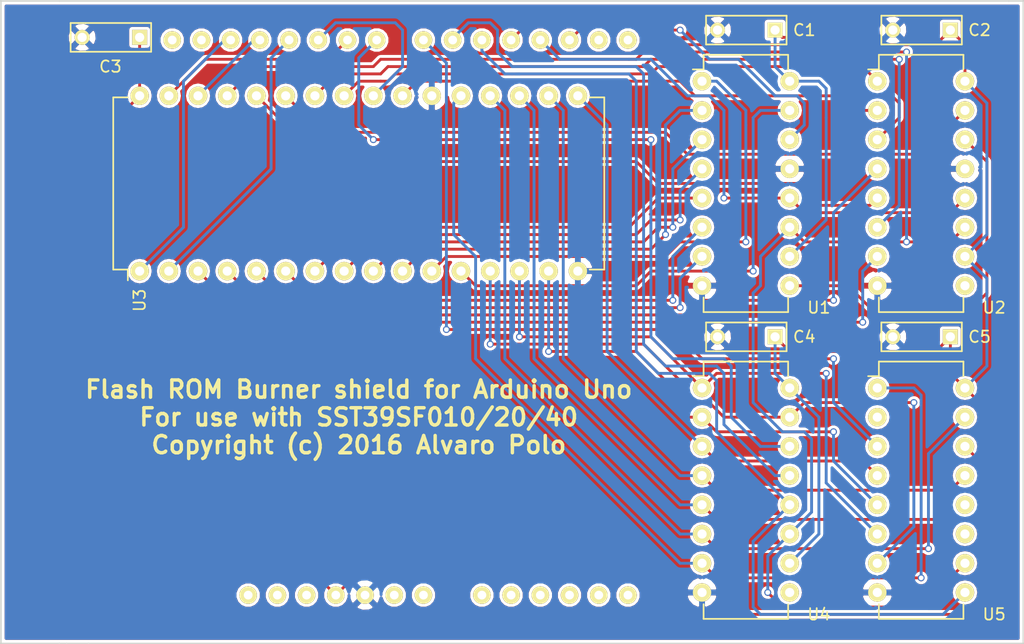
<source format=kicad_pcb>
(kicad_pcb (version 4) (host pcbnew 4.0.0-rc2-stable)
  (layers (0 F.Cu signal) (31 B.Cu signal) (34 B.Paste user) (35 F.Paste user) (36 B.SilkS user) (37 F.SilkS user) (38 B.Mask user) (39 F.Mask user) (44 Edge.Cuts user))
  (net 0 "")
  (net 1 CLOCK)
  (net 2 ADDR_LATCH)
  (net 3 ADDR_DAT)
  (net 4 DATA_LATCH)
  (net 5 DATA_DIR)
  (net 6 DATA_IN)
  (net 7 DATA_OUT)
  (net 8 WE)
  (net 9 OE)
  (net 10 ADDR16)
  (net 11 VCC)
  (net 12 GND)
  (net 13 /A1)
  (net 14 /A2)
  (net 15 /A3)
  (net 16 /A4)
  (net 17 /A5)
  (net 18 /A6)
  (net 19 /A7)
  (net 20 "Net-(U1-Pad9)")
  (net 21 /A0)
  (net 22 /A9)
  (net 23 /A10)
  (net 24 /A11)
  (net 25 /A12)
  (net 26 /A13)
  (net 27 /A14)
  (net 28 /A15)
  (net 29 "Net-(U2-Pad9)")
  (net 30 /A8)
  (net 31 /DQ0)
  (net 32 /DQ1)
  (net 33 /DQ2)
  (net 34 /DQ3)
  (net 35 /DQ4)
  (net 36 /DQ5)
  (net 37 /DQ6)
  (net 38 /DQ7)
  (net 39 "Net-(U4-Pad9)")
  (net 40 "Net-(U5-Pad2)")
  (net 41 "Net-(U5-Pad11)")
  (net 42 "Net-(U5-Pad12)")
  (net 43 "Net-(U6-Pad2)")
  (net 44 "Net-(U6-Pad1)")
  (net 45 "Net-(U6-Pad15)")
  (net 46 "Net-(U6-Pad16)")
  (net 47 "Net-(U6-Pad17)")
  (net 48 "Net-(U6-Pad18)")
  (net 49 "Net-(U6-Pad19)")
  (net 50 "Net-(U6-Pad22)")
  (net 51 "Net-(U6-Pad23)")
  (net 52 "Net-(U6-Pad24)")
  (net 53 "Net-(U6-Pad25)")
  (net 54 "Net-(U6-Pad26)")
  (net 55 "Net-(U6-Pad27)")
  (net 56 "Net-(U6-Pad28)")
  (net 57 "Net-(U6-Pad29)")
  (net 58 ADDR18)
  (net 59 ADDR17)
  (module arduino_uno_shield (layer F.Cu) (at 148.5011 105.0036)
    (fp_text reference U6 hide)
    (fp_text value Arduino_Uno_shield)
    (pad 5 thru_hole circle (at 10.16 -22.86 180) (size 1.524 1.524) (drill 0.762) (layers *.Cu *.Mask F.SilkS) (net 3 ADDR_DAT))
    (pad 4 thru_hole circle (at 12.7 -22.86 180) (size 1.524 1.524) (drill 0.762) (layers *.Cu *.Mask F.SilkS) (net 2 ADDR_LATCH))
    (pad 3 thru_hole circle (at 15.24 -22.86 180) (size 1.524 1.524) (drill 0.762) (layers *.Cu *.Mask F.SilkS) (net 1 CLOCK))
    (pad 2 thru_hole circle (at 17.78 -22.86 180) (size 1.524 1.524) (drill 0.762) (layers *.Cu *.Mask F.SilkS) (net 43 "Net-(U6-Pad2)"))
    (pad 1 thru_hole circle (at 20.32 -22.86 180) (size 1.524 1.524) (drill 0.762) (layers *.Cu *.Mask F.SilkS) (net 44 "Net-(U6-Pad1)"))
    (pad 6 thru_hole circle (at 7.62 -22.86 180) (size 1.524 1.524) (drill 0.762) (layers *.Cu *.Mask F.SilkS) (net 4 DATA_LATCH))
    (pad 7 thru_hole circle (at 5.08 -22.86 180) (size 1.524 1.524) (drill 0.762) (layers *.Cu *.Mask F.SilkS) (net 5 DATA_DIR))
    (pad 8 thru_hole circle (at 2.54 -22.86 180) (size 1.524 1.524) (drill 0.762) (layers *.Cu *.Mask F.SilkS) (net 6 DATA_IN))
    (pad 9 thru_hole circle (at -1.524 -22.86 180) (size 1.524 1.524) (drill 0.762) (layers *.Cu *.Mask F.SilkS) (net 7 DATA_OUT))
    (pad 10 thru_hole circle (at -4.064 -22.86 180) (size 1.524 1.524) (drill 0.762) (layers *.Cu *.Mask F.SilkS) (net 8 WE))
    (pad 11 thru_hole circle (at -6.604 -22.86 180) (size 1.524 1.524) (drill 0.762) (layers *.Cu *.Mask F.SilkS) (net 9 OE))
    (pad 12 thru_hole circle (at -9.144 -22.86 180) (size 1.524 1.524) (drill 0.762) (layers *.Cu *.Mask F.SilkS) (net 10 ADDR16))
    (pad 13 thru_hole circle (at -11.684 -22.86 180) (size 1.524 1.524) (drill 0.762) (layers *.Cu *.Mask F.SilkS) (net 59 ADDR17))
    (pad 14 thru_hole circle (at -14.224 -22.86 180) (size 1.524 1.524) (drill 0.762) (layers *.Cu *.Mask F.SilkS) (net 58 ADDR18))
    (pad 15 thru_hole circle (at -16.764 -22.86 180) (size 1.524 1.524) (drill 0.762) (layers *.Cu *.Mask F.SilkS) (net 45 "Net-(U6-Pad15)"))
    (pad 16 thru_hole circle (at -19.304 -22.86 180) (size 1.524 1.524) (drill 0.762) (layers *.Cu *.Mask F.SilkS) (net 46 "Net-(U6-Pad16)"))
    (pad 17 thru_hole circle (at -12.7 25.4 180) (size 1.524 1.524) (drill 0.762) (layers *.Cu *.Mask F.SilkS) (net 47 "Net-(U6-Pad17)"))
    (pad 18 thru_hole circle (at -10.16 25.4 180) (size 1.524 1.524) (drill 0.762) (layers *.Cu *.Mask F.SilkS) (net 48 "Net-(U6-Pad18)"))
    (pad 19 thru_hole circle (at -7.62 25.4) (size 1.524 1.524) (drill 0.762) (layers *.Cu *.Mask F.SilkS) (net 49 "Net-(U6-Pad19)"))
    (pad 20 thru_hole circle (at -5.08 25.4) (size 1.524 1.524) (drill 0.762) (layers *.Cu *.Mask F.SilkS) (net 11 VCC))
    (pad 21 thru_hole circle (at -2.54 25.4) (size 1.524 1.524) (drill 0.762) (layers *.Cu *.Mask F.SilkS) (net 12 GND))
    (pad 22 thru_hole circle (at 0 25.4) (size 1.524 1.524) (drill 0.762) (layers *.Cu *.Mask F.SilkS) (net 50 "Net-(U6-Pad22)"))
    (pad 23 thru_hole circle (at 2.54 25.4) (size 1.524 1.524) (drill 0.762) (layers *.Cu *.Mask F.SilkS) (net 51 "Net-(U6-Pad23)"))
    (pad 24 thru_hole circle (at 7.62 25.4) (size 1.524 1.524) (drill 0.762) (layers *.Cu *.Mask F.SilkS) (net 52 "Net-(U6-Pad24)"))
    (pad 25 thru_hole circle (at 10.16 25.4) (size 1.524 1.524) (drill 0.762) (layers *.Cu *.Mask F.SilkS) (net 53 "Net-(U6-Pad25)"))
    (pad 26 thru_hole circle (at 12.7 25.4) (size 1.524 1.524) (drill 0.762) (layers *.Cu *.Mask F.SilkS) (net 54 "Net-(U6-Pad26)"))
    (pad 27 thru_hole circle (at 15.24 25.4) (size 1.524 1.524) (drill 0.762) (layers *.Cu *.Mask F.SilkS) (net 55 "Net-(U6-Pad27)"))
    (pad 28 thru_hole circle (at 17.78 25.4) (size 1.524 1.524) (drill 0.762) (layers *.Cu *.Mask F.SilkS) (net 56 "Net-(U6-Pad28)"))
    (pad 29 thru_hole circle (at 20.32 25.4) (size 1.524 1.524) (drill 0.762) (layers *.Cu *.Mask F.SilkS) (net 57 "Net-(U6-Pad29)"))
  )
  (module Capacitors_ThroughHole:C_Rect_L7_W2.5_P5 (layer F.Cu) (at 181.61 81.28 180)
    (fp_text reference C1 (at -2.54 0 180) (layer F.SilkS))
    (fp_text value 100nF)
    (pad 1 thru_hole rect (at 0 0 180) (size 1.3 1.3) (drill 0.8) (layers *.Cu *.Mask F.SilkS) (net 11 VCC))
    (pad 2 thru_hole circle (at 5 0 180) (size 1.3 1.3) (drill 0.8) (layers *.Cu *.Mask F.SilkS) (net 12 GND))
  )
  (module Capacitors_ThroughHole:C_Rect_L7_W2.5_P5 (layer F.Cu) (at 196.85 81.28 180)
    (fp_text reference C2 (at -2.54 0 180) (layer F.SilkS))
    (fp_text value 100nF)
    (pad 1 thru_hole rect (at 0 0 180) (size 1.3 1.3) (drill 0.8) (layers *.Cu *.Mask F.SilkS) (net 11 VCC))
    (pad 2 thru_hole circle (at 5 0 180) (size 1.3 1.3) (drill 0.8) (layers *.Cu *.Mask F.SilkS) (net 12 GND))
  )
  (module Capacitors_ThroughHole:C_Rect_L7_W2.5_P5 (layer F.Cu) (at 126.365 81.915 180)
    (fp_text reference C3 (at 2.54 -2.54 180) (layer F.SilkS))
    (fp_text value 100nF)
    (pad 1 thru_hole rect (at 0 0 180) (size 1.3 1.3) (drill 0.8) (layers *.Cu *.Mask F.SilkS) (net 11 VCC))
    (pad 2 thru_hole circle (at 5 0 180) (size 1.3 1.3) (drill 0.8) (layers *.Cu *.Mask F.SilkS) (net 12 GND))
  )
  (module Capacitors_ThroughHole:C_Rect_L7_W2.5_P5 (layer F.Cu) (at 181.61 107.95 180)
    (fp_text reference C4 (at -2.54 0 180) (layer F.SilkS))
    (fp_text value 100nF)
    (pad 1 thru_hole rect (at 0 0 180) (size 1.3 1.3) (drill 0.8) (layers *.Cu *.Mask F.SilkS) (net 11 VCC))
    (pad 2 thru_hole circle (at 5 0 180) (size 1.3 1.3) (drill 0.8) (layers *.Cu *.Mask F.SilkS) (net 12 GND))
  )
  (module Capacitors_ThroughHole:C_Rect_L7_W2.5_P5 (layer F.Cu) (at 196.85 107.95 180)
    (fp_text reference C5 (at -2.54 0 180) (layer F.SilkS))
    (fp_text value 100nF)
    (pad 1 thru_hole rect (at 0 0 180) (size 1.3 1.3) (drill 0.8) (layers *.Cu *.Mask F.SilkS) (net 11 VCC))
    (pad 2 thru_hole circle (at 5 0 180) (size 1.3 1.3) (drill 0.8) (layers *.Cu *.Mask F.SilkS) (net 12 GND))
  )
  (module Housings_DIP:DIP-16_W7.62mm (layer F.Cu) (at 175.26 85.725)
    (fp_text reference U1 (at 10.16 19.685) (layer F.SilkS))
    (fp_text value 74HC595)
    (pad 1 thru_hole oval (at 0 0) (size 1.6 1.6) (drill 0.8) (layers *.Cu *.Mask F.SilkS) (net 13 /A1))
    (pad 2 thru_hole oval (at 0 2.54) (size 1.6 1.6) (drill 0.8) (layers *.Cu *.Mask F.SilkS) (net 14 /A2))
    (pad 3 thru_hole oval (at 0 5.08) (size 1.6 1.6) (drill 0.8) (layers *.Cu *.Mask F.SilkS) (net 15 /A3))
    (pad 4 thru_hole oval (at 0 7.62) (size 1.6 1.6) (drill 0.8) (layers *.Cu *.Mask F.SilkS) (net 16 /A4))
    (pad 5 thru_hole oval (at 0 10.16) (size 1.6 1.6) (drill 0.8) (layers *.Cu *.Mask F.SilkS) (net 17 /A5))
    (pad 6 thru_hole oval (at 0 12.7) (size 1.6 1.6) (drill 0.8) (layers *.Cu *.Mask F.SilkS) (net 18 /A6))
    (pad 7 thru_hole oval (at 0 15.24) (size 1.6 1.6) (drill 0.8) (layers *.Cu *.Mask F.SilkS) (net 19 /A7))
    (pad 8 thru_hole oval (at 0 17.78) (size 1.6 1.6) (drill 0.8) (layers *.Cu *.Mask F.SilkS) (net 12 GND))
    (pad 9 thru_hole oval (at 7.62 17.78) (size 1.6 1.6) (drill 0.8) (layers *.Cu *.Mask F.SilkS) (net 20 "Net-(U1-Pad9)"))
    (pad 10 thru_hole oval (at 7.62 15.24) (size 1.6 1.6) (drill 0.8) (layers *.Cu *.Mask F.SilkS) (net 11 VCC))
    (pad 11 thru_hole oval (at 7.62 12.7) (size 1.6 1.6) (drill 0.8) (layers *.Cu *.Mask F.SilkS) (net 1 CLOCK))
    (pad 12 thru_hole oval (at 7.62 10.16) (size 1.6 1.6) (drill 0.8) (layers *.Cu *.Mask F.SilkS) (net 2 ADDR_LATCH))
    (pad 13 thru_hole oval (at 7.62 7.62) (size 1.6 1.6) (drill 0.8) (layers *.Cu *.Mask F.SilkS) (net 12 GND))
    (pad 14 thru_hole oval (at 7.62 5.08) (size 1.6 1.6) (drill 0.8) (layers *.Cu *.Mask F.SilkS) (net 3 ADDR_DAT))
    (pad 15 thru_hole oval (at 7.62 2.54) (size 1.6 1.6) (drill 0.8) (layers *.Cu *.Mask F.SilkS) (net 21 /A0))
    (pad 16 thru_hole oval (at 7.62 0) (size 1.6 1.6) (drill 0.8) (layers *.Cu *.Mask F.SilkS) (net 11 VCC))
  )
  (module Housings_DIP:DIP-16_W7.62mm (layer F.Cu) (at 190.5 85.725)
    (fp_text reference U2 (at 10.16 19.685) (layer F.SilkS))
    (fp_text value 74HC595)
    (pad 1 thru_hole oval (at 0 0) (size 1.6 1.6) (drill 0.8) (layers *.Cu *.Mask F.SilkS) (net 22 /A9))
    (pad 2 thru_hole oval (at 0 2.54) (size 1.6 1.6) (drill 0.8) (layers *.Cu *.Mask F.SilkS) (net 23 /A10))
    (pad 3 thru_hole oval (at 0 5.08) (size 1.6 1.6) (drill 0.8) (layers *.Cu *.Mask F.SilkS) (net 24 /A11))
    (pad 4 thru_hole oval (at 0 7.62) (size 1.6 1.6) (drill 0.8) (layers *.Cu *.Mask F.SilkS) (net 25 /A12))
    (pad 5 thru_hole oval (at 0 10.16) (size 1.6 1.6) (drill 0.8) (layers *.Cu *.Mask F.SilkS) (net 26 /A13))
    (pad 6 thru_hole oval (at 0 12.7) (size 1.6 1.6) (drill 0.8) (layers *.Cu *.Mask F.SilkS) (net 27 /A14))
    (pad 7 thru_hole oval (at 0 15.24) (size 1.6 1.6) (drill 0.8) (layers *.Cu *.Mask F.SilkS) (net 28 /A15))
    (pad 8 thru_hole oval (at 0 17.78) (size 1.6 1.6) (drill 0.8) (layers *.Cu *.Mask F.SilkS) (net 12 GND))
    (pad 9 thru_hole oval (at 7.62 17.78) (size 1.6 1.6) (drill 0.8) (layers *.Cu *.Mask F.SilkS) (net 29 "Net-(U2-Pad9)"))
    (pad 10 thru_hole oval (at 7.62 15.24) (size 1.6 1.6) (drill 0.8) (layers *.Cu *.Mask F.SilkS) (net 11 VCC))
    (pad 11 thru_hole oval (at 7.62 12.7) (size 1.6 1.6) (drill 0.8) (layers *.Cu *.Mask F.SilkS) (net 1 CLOCK))
    (pad 12 thru_hole oval (at 7.62 10.16) (size 1.6 1.6) (drill 0.8) (layers *.Cu *.Mask F.SilkS) (net 2 ADDR_LATCH))
    (pad 13 thru_hole oval (at 7.62 7.62) (size 1.6 1.6) (drill 0.8) (layers *.Cu *.Mask F.SilkS) (net 12 GND))
    (pad 14 thru_hole oval (at 7.62 5.08) (size 1.6 1.6) (drill 0.8) (layers *.Cu *.Mask F.SilkS) (net 20 "Net-(U1-Pad9)"))
    (pad 15 thru_hole oval (at 7.62 2.54) (size 1.6 1.6) (drill 0.8) (layers *.Cu *.Mask F.SilkS) (net 30 /A8))
    (pad 16 thru_hole oval (at 7.62 0) (size 1.6 1.6) (drill 0.8) (layers *.Cu *.Mask F.SilkS) (net 11 VCC))
  )
  (module Housings_DIP:DIP-32_W15.24mm (layer F.Cu) (at 126.365 102.235 90)
    (fp_text reference U3 (at -2.54 0 90) (layer F.SilkS))
    (fp_text value SST39SF010/20/40)
    (pad 1 thru_hole oval (at 0 0 90) (size 1.6 1.6) (drill 0.8) (layers *.Cu *.Mask F.SilkS) (net 58 ADDR18))
    (pad 2 thru_hole oval (at 0 2.54 90) (size 1.6 1.6) (drill 0.8) (layers *.Cu *.Mask F.SilkS) (net 10 ADDR16))
    (pad 3 thru_hole oval (at 0 5.08 90) (size 1.6 1.6) (drill 0.8) (layers *.Cu *.Mask F.SilkS) (net 28 /A15))
    (pad 4 thru_hole oval (at 0 7.62 90) (size 1.6 1.6) (drill 0.8) (layers *.Cu *.Mask F.SilkS) (net 25 /A12))
    (pad 5 thru_hole oval (at 0 10.16 90) (size 1.6 1.6) (drill 0.8) (layers *.Cu *.Mask F.SilkS) (net 19 /A7))
    (pad 6 thru_hole oval (at 0 12.7 90) (size 1.6 1.6) (drill 0.8) (layers *.Cu *.Mask F.SilkS) (net 18 /A6))
    (pad 7 thru_hole oval (at 0 15.24 90) (size 1.6 1.6) (drill 0.8) (layers *.Cu *.Mask F.SilkS) (net 17 /A5))
    (pad 8 thru_hole oval (at 0 17.78 90) (size 1.6 1.6) (drill 0.8) (layers *.Cu *.Mask F.SilkS) (net 16 /A4))
    (pad 9 thru_hole oval (at 0 20.32 90) (size 1.6 1.6) (drill 0.8) (layers *.Cu *.Mask F.SilkS) (net 15 /A3))
    (pad 10 thru_hole oval (at 0 22.86 90) (size 1.6 1.6) (drill 0.8) (layers *.Cu *.Mask F.SilkS) (net 14 /A2))
    (pad 11 thru_hole oval (at 0 25.4 90) (size 1.6 1.6) (drill 0.8) (layers *.Cu *.Mask F.SilkS) (net 13 /A1))
    (pad 12 thru_hole oval (at 0 27.94 90) (size 1.6 1.6) (drill 0.8) (layers *.Cu *.Mask F.SilkS) (net 21 /A0))
    (pad 13 thru_hole oval (at 0 30.48 90) (size 1.6 1.6) (drill 0.8) (layers *.Cu *.Mask F.SilkS) (net 31 /DQ0))
    (pad 14 thru_hole oval (at 0 33.02 90) (size 1.6 1.6) (drill 0.8) (layers *.Cu *.Mask F.SilkS) (net 32 /DQ1))
    (pad 15 thru_hole oval (at 0 35.56 90) (size 1.6 1.6) (drill 0.8) (layers *.Cu *.Mask F.SilkS) (net 33 /DQ2))
    (pad 16 thru_hole oval (at 0 38.1 90) (size 1.6 1.6) (drill 0.8) (layers *.Cu *.Mask F.SilkS) (net 12 GND))
    (pad 17 thru_hole oval (at 15.24 38.1 90) (size 1.6 1.6) (drill 0.8) (layers *.Cu *.Mask F.SilkS) (net 34 /DQ3))
    (pad 18 thru_hole oval (at 15.24 35.56 90) (size 1.6 1.6) (drill 0.8) (layers *.Cu *.Mask F.SilkS) (net 35 /DQ4))
    (pad 19 thru_hole oval (at 15.24 33.02 90) (size 1.6 1.6) (drill 0.8) (layers *.Cu *.Mask F.SilkS) (net 36 /DQ5))
    (pad 20 thru_hole oval (at 15.24 30.48 90) (size 1.6 1.6) (drill 0.8) (layers *.Cu *.Mask F.SilkS) (net 37 /DQ6))
    (pad 21 thru_hole oval (at 15.24 27.94 90) (size 1.6 1.6) (drill 0.8) (layers *.Cu *.Mask F.SilkS) (net 38 /DQ7))
    (pad 22 thru_hole oval (at 15.24 25.4 90) (size 1.6 1.6) (drill 0.8) (layers *.Cu *.Mask F.SilkS) (net 12 GND))
    (pad 23 thru_hole oval (at 15.24 22.86 90) (size 1.6 1.6) (drill 0.8) (layers *.Cu *.Mask F.SilkS) (net 23 /A10))
    (pad 24 thru_hole oval (at 15.24 20.32 90) (size 1.6 1.6) (drill 0.8) (layers *.Cu *.Mask F.SilkS) (net 9 OE))
    (pad 25 thru_hole oval (at 15.24 17.78 90) (size 1.6 1.6) (drill 0.8) (layers *.Cu *.Mask F.SilkS) (net 24 /A11))
    (pad 26 thru_hole oval (at 15.24 15.24 90) (size 1.6 1.6) (drill 0.8) (layers *.Cu *.Mask F.SilkS) (net 22 /A9))
    (pad 27 thru_hole oval (at 15.24 12.7 90) (size 1.6 1.6) (drill 0.8) (layers *.Cu *.Mask F.SilkS) (net 30 /A8))
    (pad 28 thru_hole oval (at 15.24 10.16 90) (size 1.6 1.6) (drill 0.8) (layers *.Cu *.Mask F.SilkS) (net 26 /A13))
    (pad 29 thru_hole oval (at 15.24 7.62 90) (size 1.6 1.6) (drill 0.8) (layers *.Cu *.Mask F.SilkS) (net 27 /A14))
    (pad 30 thru_hole oval (at 15.24 5.08 90) (size 1.6 1.6) (drill 0.8) (layers *.Cu *.Mask F.SilkS) (net 59 ADDR17))
    (pad 31 thru_hole oval (at 15.24 2.54 90) (size 1.6 1.6) (drill 0.8) (layers *.Cu *.Mask F.SilkS) (net 8 WE))
    (pad 32 thru_hole oval (at 15.24 0 90) (size 1.6 1.6) (drill 0.8) (layers *.Cu *.Mask F.SilkS) (net 11 VCC))
  )
  (module Housings_DIP:DIP-16_W7.62mm (layer F.Cu) (at 175.26 112.395)
    (fp_text reference U4 (at 10.16 19.685) (layer F.SilkS))
    (fp_text value 74HC595)
    (pad 1 thru_hole oval (at 0 0) (size 1.6 1.6) (drill 0.8) (layers *.Cu *.Mask F.SilkS) (net 32 /DQ1))
    (pad 2 thru_hole oval (at 0 2.54) (size 1.6 1.6) (drill 0.8) (layers *.Cu *.Mask F.SilkS) (net 33 /DQ2))
    (pad 3 thru_hole oval (at 0 5.08) (size 1.6 1.6) (drill 0.8) (layers *.Cu *.Mask F.SilkS) (net 34 /DQ3))
    (pad 4 thru_hole oval (at 0 7.62) (size 1.6 1.6) (drill 0.8) (layers *.Cu *.Mask F.SilkS) (net 35 /DQ4))
    (pad 5 thru_hole oval (at 0 10.16) (size 1.6 1.6) (drill 0.8) (layers *.Cu *.Mask F.SilkS) (net 36 /DQ5))
    (pad 6 thru_hole oval (at 0 12.7) (size 1.6 1.6) (drill 0.8) (layers *.Cu *.Mask F.SilkS) (net 37 /DQ6))
    (pad 7 thru_hole oval (at 0 15.24) (size 1.6 1.6) (drill 0.8) (layers *.Cu *.Mask F.SilkS) (net 38 /DQ7))
    (pad 8 thru_hole oval (at 0 17.78) (size 1.6 1.6) (drill 0.8) (layers *.Cu *.Mask F.SilkS) (net 12 GND))
    (pad 9 thru_hole oval (at 7.62 17.78) (size 1.6 1.6) (drill 0.8) (layers *.Cu *.Mask F.SilkS) (net 39 "Net-(U4-Pad9)"))
    (pad 10 thru_hole oval (at 7.62 15.24) (size 1.6 1.6) (drill 0.8) (layers *.Cu *.Mask F.SilkS) (net 11 VCC))
    (pad 11 thru_hole oval (at 7.62 12.7) (size 1.6 1.6) (drill 0.8) (layers *.Cu *.Mask F.SilkS) (net 1 CLOCK))
    (pad 12 thru_hole oval (at 7.62 10.16) (size 1.6 1.6) (drill 0.8) (layers *.Cu *.Mask F.SilkS) (net 4 DATA_LATCH))
    (pad 13 thru_hole oval (at 7.62 7.62) (size 1.6 1.6) (drill 0.8) (layers *.Cu *.Mask F.SilkS) (net 5 DATA_DIR))
    (pad 14 thru_hole oval (at 7.62 5.08) (size 1.6 1.6) (drill 0.8) (layers *.Cu *.Mask F.SilkS) (net 7 DATA_OUT))
    (pad 15 thru_hole oval (at 7.62 2.54) (size 1.6 1.6) (drill 0.8) (layers *.Cu *.Mask F.SilkS) (net 31 /DQ0))
    (pad 16 thru_hole oval (at 7.62 0) (size 1.6 1.6) (drill 0.8) (layers *.Cu *.Mask F.SilkS) (net 11 VCC))
  )
  (module Housings_DIP:DIP-16_W7.62mm (layer F.Cu) (at 190.5 112.395)
    (fp_text reference U5 (at 10.16 19.685) (layer F.SilkS))
    (fp_text value 4021)
    (pad 1 thru_hole oval (at 0 0) (size 1.6 1.6) (drill 0.8) (layers *.Cu *.Mask F.SilkS) (net 38 /DQ7))
    (pad 2 thru_hole oval (at 0 2.54) (size 1.6 1.6) (drill 0.8) (layers *.Cu *.Mask F.SilkS) (net 40 "Net-(U5-Pad2)"))
    (pad 3 thru_hole oval (at 0 5.08) (size 1.6 1.6) (drill 0.8) (layers *.Cu *.Mask F.SilkS) (net 6 DATA_IN))
    (pad 4 thru_hole oval (at 0 7.62) (size 1.6 1.6) (drill 0.8) (layers *.Cu *.Mask F.SilkS) (net 34 /DQ3))
    (pad 5 thru_hole oval (at 0 10.16) (size 1.6 1.6) (drill 0.8) (layers *.Cu *.Mask F.SilkS) (net 33 /DQ2))
    (pad 6 thru_hole oval (at 0 12.7) (size 1.6 1.6) (drill 0.8) (layers *.Cu *.Mask F.SilkS) (net 32 /DQ1))
    (pad 7 thru_hole oval (at 0 15.24) (size 1.6 1.6) (drill 0.8) (layers *.Cu *.Mask F.SilkS) (net 31 /DQ0))
    (pad 8 thru_hole oval (at 0 17.78) (size 1.6 1.6) (drill 0.8) (layers *.Cu *.Mask F.SilkS) (net 12 GND))
    (pad 9 thru_hole oval (at 7.62 17.78) (size 1.6 1.6) (drill 0.8) (layers *.Cu *.Mask F.SilkS) (net 4 DATA_LATCH))
    (pad 10 thru_hole oval (at 7.62 15.24) (size 1.6 1.6) (drill 0.8) (layers *.Cu *.Mask F.SilkS) (net 1 CLOCK))
    (pad 11 thru_hole oval (at 7.62 12.7) (size 1.6 1.6) (drill 0.8) (layers *.Cu *.Mask F.SilkS) (net 41 "Net-(U5-Pad11)"))
    (pad 12 thru_hole oval (at 7.62 10.16) (size 1.6 1.6) (drill 0.8) (layers *.Cu *.Mask F.SilkS) (net 42 "Net-(U5-Pad12)"))
    (pad 13 thru_hole oval (at 7.62 7.62) (size 1.6 1.6) (drill 0.8) (layers *.Cu *.Mask F.SilkS) (net 35 /DQ4))
    (pad 14 thru_hole oval (at 7.62 5.08) (size 1.6 1.6) (drill 0.8) (layers *.Cu *.Mask F.SilkS) (net 36 /DQ5))
    (pad 15 thru_hole oval (at 7.62 2.54) (size 1.6 1.6) (drill 0.8) (layers *.Cu *.Mask F.SilkS) (net 37 /DQ6))
    (pad 16 thru_hole oval (at 7.62 0) (size 1.6 1.6) (drill 0.8) (layers *.Cu *.Mask F.SilkS) (net 11 VCC))
  )
  (gr_text "Flash ROM Burner shield for Arduino Uno\nFor use with SST39SF010/20/40\nCopyright (c) 2016 Alvaro Polo\n" (at 145.415 114.935) (layer F.SilkS) (effects (font (size 1.5 1.5) (thickness 0.3))))
  (gr_line (start 119.38 134.62) (end 114.3 134.62) (angle 90) (layer Edge.Cuts) (width 0.15))
  (gr_line (start 114.3 78.74) (end 119.38 78.74) (angle 90) (layer Edge.Cuts) (width 0.15))
  (gr_line (start 114.3 134.62) (end 114.3 78.74) (angle 90) (layer Edge.Cuts) (width 0.15))
  (gr_line (start 120.015 134.62) (end 119.38 134.62) (angle 90) (layer Edge.Cuts) (width 0.15))
  (gr_line (start 121.92 134.62) (end 120.015 134.62) (angle 90) (layer Edge.Cuts) (width 0.15))
  (gr_line (start 203.2 134.62) (end 121.92 134.62) (angle 90) (layer Edge.Cuts) (width 0.15))
  (gr_line (start 203.2 78.74) (end 203.2 134.62) (angle 90) (layer Edge.Cuts) (width 0.15))
  (gr_line (start 201.93 78.74) (end 203.2 78.74) (angle 90) (layer Edge.Cuts) (width 0.15))
  (gr_line (start 119.38 78.74) (end 201.93 78.74) (angle 90) (layer Edge.Cuts) (width 0.15))
  (segment (start 181.61 82.55) (end 188.595 82.55) (width 0.25) (layer F.Cu) (net 1))
  (segment (start 189.23 82.55) (end 189.865 83.185) (width 0.25) (layer F.Cu) (net 1))
  (segment (start 188.595 82.55) (end 189.23 82.55) (width 0.25) (layer F.Cu) (net 1))
  (segment (start 181.61 82.55) (end 172.085 82.55) (width 0.25) (layer F.Cu) (net 1))
  (segment (start 180.34 103.505) (end 179.705 104.14) (width 0.25) (layer B.Cu) (net 1))
  (segment (start 179.705 113.665) (end 180.34 114.3) (width 0.25) (layer B.Cu) (net 1))
  (segment (start 179.705 104.14) (end 179.705 113.665) (width 0.25) (layer B.Cu) (net 1))
  (segment (start 181.61 115.57) (end 180.34 114.3) (width 0.25) (layer B.Cu) (net 1))
  (segment (start 184.785 123.19) (end 184.785 116.84) (width 0.25) (layer B.Cu) (net 1))
  (segment (start 184.785 116.84) (end 184.15 116.205) (width 0.25) (layer B.Cu) (net 1))
  (segment (start 184.15 116.205) (end 182.245 116.205) (width 0.25) (layer B.Cu) (net 1))
  (segment (start 182.245 116.205) (end 181.61 115.57) (width 0.25) (layer B.Cu) (net 1))
  (segment (start 182.88 125.095) (end 184.785 123.19) (width 0.25) (layer B.Cu) (net 1))
  (segment (start 182.245 131.445) (end 180.975 130.175) (width 0.25) (layer F.Cu) (net 1))
  (via (at 180.975 130.175) (size 0.6) (drill 0.4) (layers F.Cu B.Cu) (net 1))
  (segment (start 170.18 80.645) (end 172.085 82.55) (width 0.25) (layer F.Cu) (net 1))
  (segment (start 165.2397 80.645) (end 170.18 80.645) (width 0.25) (layer F.Cu) (net 1))
  (segment (start 163.7411 82.1436) (end 165.2397 80.645) (width 0.25) (layer F.Cu) (net 1))
  (via (at 193.04 99.695) (size 0.6) (drill 0.4) (layers F.Cu B.Cu) (net 1))
  (segment (start 189.865 83.185) (end 193.04 83.185) (width 0.25) (layer F.Cu) (net 1))
  (via (at 193.04 83.185) (size 0.6) (drill 0.4) (layers F.Cu B.Cu) (net 1))
  (segment (start 193.04 83.185) (end 193.04 99.695) (width 0.25) (layer B.Cu) (net 1))
  (segment (start 182.88 98.425) (end 184.15 99.695) (width 0.25) (layer F.Cu) (net 1))
  (segment (start 196.85 99.695) (end 198.12 98.425) (width 0.25) (layer F.Cu) (net 1))
  (segment (start 184.15 99.695) (end 193.04 99.695) (width 0.25) (layer F.Cu) (net 1))
  (segment (start 193.04 99.695) (end 196.85 99.695) (width 0.25) (layer F.Cu) (net 1))
  (segment (start 180.34 100.965) (end 182.88 98.425) (width 0.25) (layer B.Cu) (net 1))
  (segment (start 180.34 103.505) (end 180.34 100.965) (width 0.25) (layer B.Cu) (net 1))
  (segment (start 198.12 127.635) (end 194.31 131.445) (width 0.25) (layer F.Cu) (net 1))
  (segment (start 180.975 127) (end 182.88 125.095) (width 0.25) (layer B.Cu) (net 1))
  (segment (start 180.975 130.175) (end 180.975 127) (width 0.25) (layer B.Cu) (net 1))
  (segment (start 194.31 131.445) (end 182.245 131.445) (width 0.25) (layer F.Cu) (net 1))
  (segment (start 173.99 86.995) (end 170.815 83.82) (width 0.25) (layer B.Cu) (net 2))
  (segment (start 170.815 83.82) (end 168.91 83.82) (width 0.25) (layer B.Cu) (net 2))
  (segment (start 182.88 95.885) (end 177.165 95.885) (width 0.25) (layer F.Cu) (net 2))
  (segment (start 162.8775 83.82) (end 161.2011 82.1436) (width 0.25) (layer B.Cu) (net 2))
  (segment (start 168.91 83.82) (end 162.8775 83.82) (width 0.25) (layer B.Cu) (net 2))
  (segment (start 175.895 86.995) (end 173.99 86.995) (width 0.25) (layer B.Cu) (net 2))
  (segment (start 177.165 88.265) (end 175.895 86.995) (width 0.25) (layer B.Cu) (net 2))
  (segment (start 177.165 95.885) (end 177.165 88.265) (width 0.25) (layer B.Cu) (net 2))
  (via (at 177.165 95.885) (size 0.6) (drill 0.4) (layers F.Cu B.Cu) (net 2))
  (segment (start 198.12 95.885) (end 196.85 97.155) (width 0.25) (layer F.Cu) (net 2))
  (segment (start 184.15 97.155) (end 182.88 95.885) (width 0.25) (layer F.Cu) (net 2))
  (segment (start 196.85 97.155) (end 184.15 97.155) (width 0.25) (layer F.Cu) (net 2))
  (segment (start 175.895 83.82) (end 178.435 83.82) (width 0.25) (layer B.Cu) (net 3))
  (segment (start 178.435 83.82) (end 181.61 86.995) (width 0.25) (layer B.Cu) (net 3))
  (segment (start 158.6611 82.1436) (end 160.7947 80.01) (width 0.25) (layer F.Cu) (net 3))
  (segment (start 173.355 81.28) (end 175.895 83.82) (width 0.25) (layer B.Cu) (net 3))
  (via (at 173.355 81.28) (size 0.6) (drill 0.4) (layers F.Cu B.Cu) (net 3))
  (segment (start 172.085 81.28) (end 173.355 81.28) (width 0.25) (layer F.Cu) (net 3))
  (segment (start 170.815 80.01) (end 172.085 81.28) (width 0.25) (layer F.Cu) (net 3))
  (segment (start 160.7947 80.01) (end 170.815 80.01) (width 0.25) (layer F.Cu) (net 3))
  (segment (start 182.88 90.805) (end 184.15 89.535) (width 0.25) (layer B.Cu) (net 3))
  (segment (start 183.515 86.995) (end 181.61 86.995) (width 0.25) (layer B.Cu) (net 3))
  (segment (start 184.15 87.63) (end 183.515 86.995) (width 0.25) (layer B.Cu) (net 3))
  (segment (start 184.15 89.535) (end 184.15 87.63) (width 0.25) (layer B.Cu) (net 3))
  (segment (start 158.115 85.09) (end 156.1211 83.0961) (width 0.25) (layer B.Cu) (net 4))
  (segment (start 156.1211 83.0961) (end 156.1211 82.1436) (width 0.25) (layer B.Cu) (net 4))
  (segment (start 159.385 85.09) (end 158.75 85.09) (width 0.25) (layer B.Cu) (net 4))
  (segment (start 158.115 85.09) (end 158.75 85.09) (width 0.25) (layer B.Cu) (net 4))
  (segment (start 168.91 85.09) (end 159.385 85.09) (width 0.25) (layer B.Cu) (net 4))
  (segment (start 159.385 85.09) (end 159.0675 85.09) (width 0.25) (layer B.Cu) (net 4))
  (segment (start 169.545 85.725) (end 169.545 91.44) (width 0.25) (layer B.Cu) (net 4))
  (segment (start 168.91 85.09) (end 169.545 85.725) (width 0.25) (layer B.Cu) (net 4))
  (segment (start 175.895 111.125) (end 171.45 111.125) (width 0.25) (layer B.Cu) (net 4))
  (segment (start 169.545 109.22) (end 169.545 104.775) (width 0.25) (layer B.Cu) (net 4))
  (segment (start 171.45 111.125) (end 169.545 109.22) (width 0.25) (layer B.Cu) (net 4))
  (segment (start 182.88 122.555) (end 176.53 116.205) (width 0.25) (layer B.Cu) (net 4))
  (segment (start 176.53 116.205) (end 176.53 111.76) (width 0.25) (layer B.Cu) (net 4))
  (segment (start 176.53 111.76) (end 175.895 111.125) (width 0.25) (layer B.Cu) (net 4))
  (segment (start 169.545 104.775) (end 169.545 91.44) (width 0.25) (layer B.Cu) (net 4))
  (segment (start 198.12 130.175) (end 196.215 132.08) (width 0.25) (layer B.Cu) (net 4))
  (segment (start 179.705 125.73) (end 182.88 122.555) (width 0.25) (layer B.Cu) (net 4))
  (segment (start 179.705 131.445) (end 179.705 125.73) (width 0.25) (layer B.Cu) (net 4))
  (segment (start 180.34 132.08) (end 179.705 131.445) (width 0.25) (layer B.Cu) (net 4))
  (segment (start 196.215 132.08) (end 180.34 132.08) (width 0.25) (layer B.Cu) (net 4))
  (segment (start 153.5811 82.1436) (end 153.5811 82.0039) (width 0.25) (layer B.Cu) (net 5))
  (segment (start 153.5811 82.0039) (end 154.94 80.645) (width 0.25) (layer B.Cu) (net 5))
  (segment (start 170.18 85.09) (end 170.18 92.075) (width 0.25) (layer B.Cu) (net 5))
  (segment (start 169.545 84.455) (end 170.18 85.09) (width 0.25) (layer B.Cu) (net 5))
  (segment (start 158.75 84.455) (end 169.545 84.455) (width 0.25) (layer B.Cu) (net 5))
  (segment (start 157.48 83.185) (end 158.75 84.455) (width 0.25) (layer B.Cu) (net 5))
  (segment (start 157.48 81.28) (end 157.48 83.185) (width 0.25) (layer B.Cu) (net 5))
  (segment (start 156.845 80.645) (end 157.48 81.28) (width 0.25) (layer B.Cu) (net 5))
  (segment (start 154.94 80.645) (end 156.845 80.645) (width 0.25) (layer B.Cu) (net 5))
  (segment (start 182.88 120.015) (end 181.61 120.015) (width 0.25) (layer B.Cu) (net 5))
  (segment (start 177.165 115.57) (end 177.165 114.3) (width 0.25) (layer B.Cu) (net 5))
  (segment (start 181.61 120.015) (end 177.165 115.57) (width 0.25) (layer B.Cu) (net 5))
  (segment (start 176.53 110.49) (end 172.085 110.49) (width 0.25) (layer B.Cu) (net 5))
  (segment (start 170.18 108.585) (end 170.18 104.14) (width 0.25) (layer B.Cu) (net 5))
  (segment (start 172.085 110.49) (end 170.18 108.585) (width 0.25) (layer B.Cu) (net 5))
  (segment (start 170.18 104.14) (end 170.18 92.075) (width 0.25) (layer B.Cu) (net 5))
  (segment (start 177.165 111.125) (end 176.53 110.49) (width 0.25) (layer B.Cu) (net 5))
  (segment (start 177.165 114.3) (end 177.165 111.125) (width 0.25) (layer B.Cu) (net 5))
  (segment (start 151.0411 82.1436) (end 153.035 84.1375) (width 0.25) (layer B.Cu) (net 6))
  (via (at 153.035 107.315) (size 0.6) (drill 0.4) (layers F.Cu B.Cu) (net 6))
  (segment (start 153.035 84.1375) (end 153.035 107.315) (width 0.25) (layer B.Cu) (net 6))
  (segment (start 175.26 109.855) (end 172.72 107.315) (width 0.25) (layer F.Cu) (net 6))
  (segment (start 172.72 107.315) (end 153.035 107.315) (width 0.25) (layer F.Cu) (net 6))
  (segment (start 190.5 117.475) (end 186.69 113.665) (width 0.25) (layer B.Cu) (net 6))
  (segment (start 186.69 109.855) (end 175.26 109.855) (width 0.25) (layer F.Cu) (net 6))
  (via (at 186.69 109.855) (size 0.6) (drill 0.4) (layers F.Cu B.Cu) (net 6))
  (segment (start 186.69 113.665) (end 186.69 109.855) (width 0.25) (layer B.Cu) (net 6))
  (segment (start 151.765 82.8675) (end 151.0411 82.1436) (width 0.25) (layer B.Cu) (net 6))
  (segment (start 146.685 90.805) (end 145.415 89.535) (width 0.25) (layer B.Cu) (net 7))
  (segment (start 145.415 83.7057) (end 146.9771 82.1436) (width 0.25) (layer B.Cu) (net 7))
  (segment (start 145.415 89.535) (end 145.415 83.7057) (width 0.25) (layer B.Cu) (net 7))
  (segment (start 181.61 117.475) (end 180.34 117.475) (width 0.25) (layer B.Cu) (net 7))
  (segment (start 177.8 114.935) (end 177.8 113.665) (width 0.25) (layer B.Cu) (net 7))
  (segment (start 180.34 117.475) (end 177.8 114.935) (width 0.25) (layer B.Cu) (net 7))
  (segment (start 182.88 117.475) (end 181.61 117.475) (width 0.25) (layer B.Cu) (net 7))
  (segment (start 177.8 113.665) (end 177.8 110.49) (width 0.25) (layer B.Cu) (net 7))
  (segment (start 177.8 110.49) (end 177.165 109.855) (width 0.25) (layer B.Cu) (net 7))
  (segment (start 177.165 109.855) (end 172.72 109.855) (width 0.25) (layer B.Cu) (net 7))
  (segment (start 172.72 109.855) (end 170.815 107.95) (width 0.25) (layer B.Cu) (net 7))
  (segment (start 170.815 107.95) (end 170.815 90.805) (width 0.25) (layer B.Cu) (net 7))
  (via (at 170.815 90.805) (size 0.6) (drill 0.4) (layers F.Cu B.Cu) (net 7))
  (segment (start 170.815 90.805) (end 146.685 90.805) (width 0.25) (layer F.Cu) (net 7))
  (via (at 146.685 90.805) (size 0.6) (drill 0.4) (layers F.Cu B.Cu) (net 7))
  (segment (start 146.685 82.4357) (end 146.9771 82.1436) (width 0.25) (layer B.Cu) (net 7))
  (segment (start 135.89 83.82) (end 142.7607 83.82) (width 0.25) (layer F.Cu) (net 8))
  (segment (start 142.7607 83.82) (end 144.4371 82.1436) (width 0.25) (layer F.Cu) (net 8))
  (segment (start 128.905 86.995) (end 132.08 83.82) (width 0.25) (layer F.Cu) (net 8))
  (segment (start 135.757606 83.82) (end 135.89 83.82) (width 0.25) (layer F.Cu) (net 8))
  (segment (start 132.08 83.82) (end 135.757606 83.82) (width 0.25) (layer F.Cu) (net 8))
  (segment (start 146.685 86.995) (end 149.225 84.455) (width 0.25) (layer B.Cu) (net 9))
  (segment (start 149.225 84.455) (end 149.225 83.185) (width 0.25) (layer B.Cu) (net 9))
  (segment (start 141.8971 82.1436) (end 143.3957 80.645) (width 0.25) (layer B.Cu) (net 9))
  (segment (start 149.225 81.28) (end 149.225 83.185) (width 0.25) (layer B.Cu) (net 9))
  (segment (start 148.59 80.645) (end 149.225 81.28) (width 0.25) (layer B.Cu) (net 9))
  (segment (start 143.3957 80.645) (end 148.59 80.645) (width 0.25) (layer B.Cu) (net 9))
  (segment (start 137.795 93.345) (end 137.795 85.725) (width 0.25) (layer B.Cu) (net 10))
  (segment (start 137.795 83.7057) (end 139.3571 82.1436) (width 0.25) (layer B.Cu) (net 10))
  (segment (start 137.795 85.725) (end 137.795 83.7057) (width 0.25) (layer B.Cu) (net 10))
  (segment (start 137.795 93.345) (end 132.715 98.425) (width 0.25) (layer B.Cu) (net 10))
  (segment (start 132.715 98.425) (end 128.905 102.235) (width 0.25) (layer B.Cu) (net 10))
  (segment (start 139.3571 82.1436) (end 139.065 82.4357) (width 0.25) (layer B.Cu) (net 10))
  (segment (start 126.365 86.995) (end 123.19 90.17) (width 0.25) (layer F.Cu) (net 11))
  (segment (start 123.19 90.17) (end 123.19 93.98) (width 0.25) (layer F.Cu) (net 11))
  (segment (start 126.365 86.995) (end 126.365 83.185) (width 0.25) (layer F.Cu) (net 11))
  (segment (start 126.365 83.185) (end 126.365 81.915) (width 0.25) (layer F.Cu) (net 11))
  (segment (start 123.19 94.615) (end 123.19 93.98) (width 0.25) (layer F.Cu) (net 11))
  (segment (start 141.9225 128.905) (end 139.7 128.905) (width 0.25) (layer F.Cu) (net 11))
  (segment (start 139.7 128.905) (end 123.19 112.395) (width 0.25) (layer F.Cu) (net 11))
  (segment (start 123.19 112.395) (end 123.19 94.615) (width 0.25) (layer F.Cu) (net 11))
  (segment (start 143.4211 130.4036) (end 141.9225 128.905) (width 0.25) (layer F.Cu) (net 11))
  (segment (start 189.865 81.915) (end 184.15 81.915) (width 0.25) (layer F.Cu) (net 11))
  (segment (start 184.15 81.915) (end 182.245 81.915) (width 0.25) (layer F.Cu) (net 11))
  (segment (start 182.245 81.915) (end 181.61 81.28) (width 0.25) (layer F.Cu) (net 11))
  (segment (start 190.5 82.55) (end 189.865 81.915) (width 0.25) (layer F.Cu) (net 11))
  (segment (start 186.055 88.9) (end 186.055 86.36) (width 0.25) (layer B.Cu) (net 11))
  (segment (start 185.42 85.725) (end 182.88 85.725) (width 0.25) (layer B.Cu) (net 11))
  (segment (start 186.055 86.36) (end 185.42 85.725) (width 0.25) (layer B.Cu) (net 11))
  (segment (start 182.88 85.725) (end 181.61 84.455) (width 0.25) (layer B.Cu) (net 11))
  (segment (start 181.61 84.455) (end 181.61 81.28) (width 0.25) (layer B.Cu) (net 11))
  (segment (start 198.12 100.965) (end 200.025 99.06) (width 0.25) (layer B.Cu) (net 11))
  (segment (start 200.025 87.63) (end 198.12 85.725) (width 0.25) (layer B.Cu) (net 11))
  (segment (start 200.025 99.06) (end 200.025 87.63) (width 0.25) (layer B.Cu) (net 11))
  (segment (start 198.12 112.395) (end 200.025 110.49) (width 0.25) (layer B.Cu) (net 11))
  (segment (start 200.025 102.87) (end 198.12 100.965) (width 0.25) (layer B.Cu) (net 11))
  (segment (start 200.025 110.49) (end 200.025 102.87) (width 0.25) (layer B.Cu) (net 11))
  (segment (start 186.055 97.79) (end 182.88 100.965) (width 0.25) (layer B.Cu) (net 11))
  (segment (start 186.055 88.9) (end 186.055 97.79) (width 0.25) (layer B.Cu) (net 11))
  (segment (start 182.88 112.395) (end 181.61 111.125) (width 0.25) (layer B.Cu) (net 11))
  (segment (start 181.61 111.125) (end 181.61 107.95) (width 0.25) (layer B.Cu) (net 11))
  (segment (start 182.88 112.395) (end 185.42 114.935) (width 0.25) (layer B.Cu) (net 11))
  (segment (start 185.42 125.095) (end 182.88 127.635) (width 0.25) (layer B.Cu) (net 11))
  (segment (start 185.42 114.935) (end 185.42 125.095) (width 0.25) (layer B.Cu) (net 11))
  (segment (start 126.365 87.63) (end 126.365 86.995) (width 0.25) (layer F.Cu) (net 11))
  (segment (start 143.4211 130.4036) (end 144.9197 128.905) (width 0.25) (layer F.Cu) (net 11))
  (segment (start 201.295 115.57) (end 198.12 112.395) (width 0.25) (layer F.Cu) (net 11))
  (segment (start 201.295 130.175) (end 201.295 115.57) (width 0.25) (layer F.Cu) (net 11))
  (segment (start 199.39 132.08) (end 201.295 130.175) (width 0.25) (layer F.Cu) (net 11))
  (segment (start 173.99 132.08) (end 185.42 132.08) (width 0.25) (layer F.Cu) (net 11))
  (segment (start 185.42 132.08) (end 199.39 132.08) (width 0.25) (layer F.Cu) (net 11))
  (segment (start 170.815 128.905) (end 173.99 132.08) (width 0.25) (layer F.Cu) (net 11))
  (segment (start 170.18 128.905) (end 170.815 128.905) (width 0.25) (layer F.Cu) (net 11))
  (segment (start 144.9197 128.905) (end 170.18 128.905) (width 0.25) (layer F.Cu) (net 11))
  (segment (start 196.85 107.95) (end 195.58 109.22) (width 0.25) (layer F.Cu) (net 11))
  (segment (start 195.58 109.22) (end 182.88 109.22) (width 0.25) (layer F.Cu) (net 11))
  (segment (start 182.88 109.22) (end 181.61 107.95) (width 0.25) (layer F.Cu) (net 11))
  (segment (start 198.12 112.395) (end 196.85 111.125) (width 0.25) (layer F.Cu) (net 11))
  (segment (start 196.85 111.125) (end 196.85 107.95) (width 0.25) (layer F.Cu) (net 11))
  (segment (start 190.5 82.55) (end 195.58 82.55) (width 0.25) (layer F.Cu) (net 11))
  (segment (start 195.58 82.55) (end 196.85 81.28) (width 0.25) (layer F.Cu) (net 11))
  (segment (start 198.12 85.725) (end 198.12 82.55) (width 0.25) (layer F.Cu) (net 11))
  (segment (start 198.12 82.55) (end 196.85 81.28) (width 0.25) (layer F.Cu) (net 11))
  (segment (start 151.765 102.235) (end 153.035 100.965) (width 0.25) (layer F.Cu) (net 13))
  (segment (start 153.035 100.965) (end 156.845 100.965) (width 0.25) (layer F.Cu) (net 13))
  (segment (start 179.07 89.535) (end 179.07 88.265) (width 0.25) (layer B.Cu) (net 13))
  (segment (start 179.07 88.265) (end 177.8 86.995) (width 0.25) (layer B.Cu) (net 13))
  (segment (start 176.53 85.725) (end 175.26 85.725) (width 0.25) (layer B.Cu) (net 13))
  (segment (start 177.8 86.995) (end 176.53 85.725) (width 0.25) (layer B.Cu) (net 13))
  (segment (start 173.355 99.695) (end 172.085 100.965) (width 0.25) (layer F.Cu) (net 13))
  (segment (start 172.085 100.965) (end 156.845 100.965) (width 0.25) (layer F.Cu) (net 13))
  (segment (start 179.07 99.695) (end 173.355 99.695) (width 0.25) (layer F.Cu) (net 13))
  (via (at 179.07 99.695) (size 0.6) (drill 0.4) (layers F.Cu B.Cu) (net 13))
  (segment (start 179.07 89.535) (end 179.07 99.695) (width 0.25) (layer B.Cu) (net 13))
  (segment (start 149.225 102.235) (end 151.13 100.33) (width 0.25) (layer F.Cu) (net 14))
  (segment (start 151.13 100.33) (end 154.94 100.33) (width 0.25) (layer F.Cu) (net 14))
  (segment (start 175.26 88.265) (end 173.355 88.265) (width 0.25) (layer B.Cu) (net 14))
  (segment (start 173.355 88.265) (end 172.085 89.535) (width 0.25) (layer B.Cu) (net 14))
  (segment (start 170.815 100.33) (end 154.94 100.33) (width 0.25) (layer F.Cu) (net 14))
  (segment (start 170.815 100.33) (end 170.815 100.33) (width 0.25) (layer F.Cu) (net 14))
  (segment (start 172.085 99.06) (end 170.815 100.33) (width 0.25) (layer F.Cu) (net 14))
  (via (at 172.085 99.06) (size 0.6) (drill 0.4) (layers F.Cu B.Cu) (net 14))
  (segment (start 172.085 89.535) (end 172.085 99.06) (width 0.25) (layer B.Cu) (net 14))
  (segment (start 146.685 102.235) (end 149.225 99.695) (width 0.25) (layer F.Cu) (net 15))
  (segment (start 149.225 99.695) (end 153.035 99.695) (width 0.25) (layer F.Cu) (net 15))
  (segment (start 171.45 98.425) (end 170.18 99.695) (width 0.25) (layer F.Cu) (net 15))
  (segment (start 170.18 99.695) (end 168.91 99.695) (width 0.25) (layer F.Cu) (net 15))
  (segment (start 175.26 90.805) (end 172.72 93.345) (width 0.25) (layer B.Cu) (net 15))
  (segment (start 168.91 99.695) (end 153.035 99.695) (width 0.25) (layer F.Cu) (net 15))
  (segment (start 172.72 98.425) (end 171.45 98.425) (width 0.25) (layer F.Cu) (net 15))
  (via (at 172.72 98.425) (size 0.6) (drill 0.4) (layers F.Cu B.Cu) (net 15))
  (segment (start 172.72 93.345) (end 172.72 98.425) (width 0.25) (layer B.Cu) (net 15))
  (segment (start 144.145 102.235) (end 147.32 99.06) (width 0.25) (layer F.Cu) (net 16))
  (segment (start 147.32 99.06) (end 151.13 99.06) (width 0.25) (layer F.Cu) (net 16))
  (segment (start 170.815 97.79) (end 169.545 99.06) (width 0.25) (layer F.Cu) (net 16))
  (segment (start 169.545 99.06) (end 168.275 99.06) (width 0.25) (layer F.Cu) (net 16))
  (segment (start 173.355 95.25) (end 175.26 93.345) (width 0.25) (layer B.Cu) (net 16))
  (segment (start 173.355 97.79) (end 173.355 95.25) (width 0.25) (layer B.Cu) (net 16))
  (via (at 173.355 97.79) (size 0.6) (drill 0.4) (layers F.Cu B.Cu) (net 16))
  (segment (start 170.815 97.79) (end 173.355 97.79) (width 0.25) (layer F.Cu) (net 16))
  (segment (start 151.13 99.06) (end 168.275 99.06) (width 0.25) (layer F.Cu) (net 16))
  (segment (start 141.605 102.235) (end 145.415 98.425) (width 0.25) (layer F.Cu) (net 17))
  (segment (start 145.415 98.425) (end 149.225 98.425) (width 0.25) (layer F.Cu) (net 17))
  (segment (start 167.64 98.425) (end 168.91 98.425) (width 0.25) (layer F.Cu) (net 17))
  (segment (start 175.26 95.885) (end 171.45 95.885) (width 0.25) (layer F.Cu) (net 17))
  (segment (start 149.225 98.425) (end 167.64 98.425) (width 0.25) (layer F.Cu) (net 17))
  (segment (start 168.91 98.425) (end 171.45 95.885) (width 0.25) (layer F.Cu) (net 17))
  (segment (start 145.415 104.775) (end 141.605 104.775) (width 0.25) (layer F.Cu) (net 18))
  (segment (start 141.605 104.775) (end 139.065 102.235) (width 0.25) (layer F.Cu) (net 18))
  (segment (start 172.72 100.965) (end 175.26 98.425) (width 0.25) (layer B.Cu) (net 18))
  (segment (start 172.72 104.775) (end 172.72 100.965) (width 0.25) (layer B.Cu) (net 18))
  (via (at 172.72 104.775) (size 0.6) (drill 0.4) (layers F.Cu B.Cu) (net 18))
  (segment (start 145.415 104.775) (end 172.72 104.775) (width 0.25) (layer F.Cu) (net 18))
  (segment (start 143.51 105.41) (end 139.7 105.41) (width 0.25) (layer F.Cu) (net 19))
  (segment (start 139.7 105.41) (end 136.525 102.235) (width 0.25) (layer F.Cu) (net 19))
  (segment (start 175.26 100.965) (end 173.355 102.87) (width 0.25) (layer B.Cu) (net 19))
  (segment (start 173.355 105.41) (end 143.51 105.41) (width 0.25) (layer F.Cu) (net 19))
  (via (at 173.355 105.41) (size 0.6) (drill 0.4) (layers F.Cu B.Cu) (net 19))
  (segment (start 173.355 102.87) (end 173.355 105.41) (width 0.25) (layer B.Cu) (net 19))
  (segment (start 198.12 90.805) (end 200.025 92.71) (width 0.25) (layer F.Cu) (net 20))
  (segment (start 198.755 105.41) (end 196.215 105.41) (width 0.25) (layer F.Cu) (net 20))
  (segment (start 200.025 104.14) (end 198.755 105.41) (width 0.25) (layer F.Cu) (net 20))
  (segment (start 200.025 92.71) (end 200.025 104.14) (width 0.25) (layer F.Cu) (net 20))
  (segment (start 182.88 103.505) (end 187.96 103.505) (width 0.25) (layer F.Cu) (net 20))
  (segment (start 189.865 105.41) (end 196.215 105.41) (width 0.25) (layer F.Cu) (net 20))
  (segment (start 187.96 103.505) (end 189.865 105.41) (width 0.25) (layer F.Cu) (net 20))
  (segment (start 154.305 102.235) (end 155.575 103.505) (width 0.25) (layer F.Cu) (net 21))
  (segment (start 155.575 103.505) (end 159.385 103.505) (width 0.25) (layer F.Cu) (net 21))
  (segment (start 159.385 103.505) (end 169.545 103.505) (width 0.25) (layer F.Cu) (net 21))
  (segment (start 179.705 91.44) (end 179.705 102.235) (width 0.25) (layer B.Cu) (net 21))
  (via (at 179.705 102.235) (size 0.6) (drill 0.4) (layers F.Cu B.Cu) (net 21))
  (segment (start 179.705 102.235) (end 170.815 102.235) (width 0.25) (layer F.Cu) (net 21))
  (segment (start 170.815 102.235) (end 169.545 103.505) (width 0.25) (layer F.Cu) (net 21))
  (segment (start 179.705 88.9) (end 180.34 88.265) (width 0.25) (layer B.Cu) (net 21))
  (segment (start 180.34 88.265) (end 182.88 88.265) (width 0.25) (layer B.Cu) (net 21))
  (segment (start 179.705 91.44) (end 179.705 88.9) (width 0.25) (layer B.Cu) (net 21))
  (segment (start 141.605 86.995) (end 143.51 85.09) (width 0.25) (layer F.Cu) (net 22))
  (segment (start 143.51 85.09) (end 145.415 85.09) (width 0.25) (layer F.Cu) (net 22))
  (segment (start 147.32 85.09) (end 147.955 84.455) (width 0.25) (layer F.Cu) (net 22))
  (segment (start 145.415 85.09) (end 147.32 85.09) (width 0.25) (layer F.Cu) (net 22))
  (segment (start 170.18 84.455) (end 170.815 83.82) (width 0.25) (layer F.Cu) (net 22))
  (segment (start 187.96 83.82) (end 188.595 84.455) (width 0.25) (layer F.Cu) (net 22))
  (segment (start 170.815 83.82) (end 187.96 83.82) (width 0.25) (layer F.Cu) (net 22))
  (segment (start 189.23 84.455) (end 190.5 85.725) (width 0.25) (layer F.Cu) (net 22))
  (segment (start 147.955 84.455) (end 170.18 84.455) (width 0.25) (layer F.Cu) (net 22))
  (segment (start 188.595 84.455) (end 189.23 84.455) (width 0.25) (layer F.Cu) (net 22))
  (segment (start 149.225 86.995) (end 150.495 85.725) (width 0.25) (layer F.Cu) (net 23))
  (segment (start 150.495 85.725) (end 152.4 85.725) (width 0.25) (layer F.Cu) (net 23))
  (segment (start 154.305 85.725) (end 152.4 85.725) (width 0.25) (layer F.Cu) (net 23))
  (segment (start 190.5 88.265) (end 189.23 88.265) (width 0.25) (layer F.Cu) (net 23))
  (segment (start 173.355 85.725) (end 169.545 85.725) (width 0.25) (layer F.Cu) (net 23))
  (segment (start 174.625 86.995) (end 173.355 85.725) (width 0.25) (layer F.Cu) (net 23))
  (segment (start 187.96 86.995) (end 174.625 86.995) (width 0.25) (layer F.Cu) (net 23))
  (segment (start 189.23 88.265) (end 187.96 86.995) (width 0.25) (layer F.Cu) (net 23))
  (segment (start 168.91 85.725) (end 169.545 85.725) (width 0.25) (layer F.Cu) (net 23))
  (segment (start 154.305 85.725) (end 168.91 85.725) (width 0.25) (layer F.Cu) (net 23))
  (segment (start 144.145 86.995) (end 145.415 85.725) (width 0.25) (layer F.Cu) (net 24))
  (segment (start 145.415 85.725) (end 147.32 85.725) (width 0.25) (layer F.Cu) (net 24))
  (segment (start 149.86 85.09) (end 148.59 85.09) (width 0.25) (layer F.Cu) (net 24))
  (segment (start 147.955 85.725) (end 147.32 85.725) (width 0.25) (layer F.Cu) (net 24))
  (segment (start 148.59 85.09) (end 147.955 85.725) (width 0.25) (layer F.Cu) (net 24))
  (segment (start 170.18 85.09) (end 170.815 85.09) (width 0.25) (layer F.Cu) (net 24))
  (segment (start 187.325 84.455) (end 189.865 86.995) (width 0.25) (layer F.Cu) (net 24))
  (segment (start 171.45 84.455) (end 187.325 84.455) (width 0.25) (layer F.Cu) (net 24))
  (segment (start 170.815 85.09) (end 171.45 84.455) (width 0.25) (layer F.Cu) (net 24))
  (segment (start 192.405 88.9) (end 190.5 90.805) (width 0.25) (layer F.Cu) (net 24))
  (segment (start 192.405 87.63) (end 192.405 88.9) (width 0.25) (layer F.Cu) (net 24))
  (segment (start 191.77 86.995) (end 192.405 87.63) (width 0.25) (layer F.Cu) (net 24))
  (segment (start 189.865 86.995) (end 191.77 86.995) (width 0.25) (layer F.Cu) (net 24))
  (segment (start 149.86 85.09) (end 170.18 85.09) (width 0.25) (layer F.Cu) (net 24))
  (segment (start 141.605 106.045) (end 137.795 106.045) (width 0.25) (layer F.Cu) (net 25))
  (segment (start 137.795 106.045) (end 133.985 102.235) (width 0.25) (layer F.Cu) (net 25))
  (segment (start 190.5 93.345) (end 186.69 97.155) (width 0.25) (layer B.Cu) (net 25))
  (segment (start 173.99 106.045) (end 141.605 106.045) (width 0.25) (layer F.Cu) (net 25))
  (segment (start 175.26 104.775) (end 173.99 106.045) (width 0.25) (layer F.Cu) (net 25))
  (segment (start 186.69 104.775) (end 175.26 104.775) (width 0.25) (layer F.Cu) (net 25))
  (via (at 186.69 104.775) (size 0.6) (drill 0.4) (layers F.Cu B.Cu) (net 25))
  (segment (start 186.69 97.155) (end 186.69 104.775) (width 0.25) (layer B.Cu) (net 25))
  (segment (start 136.525 86.995) (end 142.24 92.71) (width 0.25) (layer F.Cu) (net 26))
  (segment (start 142.24 92.71) (end 144.145 92.71) (width 0.25) (layer F.Cu) (net 26))
  (segment (start 144.145 92.71) (end 146.05 92.71) (width 0.25) (layer F.Cu) (net 26))
  (segment (start 184.785 95.885) (end 185.42 96.52) (width 0.25) (layer F.Cu) (net 26))
  (segment (start 189.865 96.52) (end 190.5 95.885) (width 0.25) (layer F.Cu) (net 26))
  (segment (start 185.42 96.52) (end 189.865 96.52) (width 0.25) (layer F.Cu) (net 26))
  (segment (start 184.785 95.885) (end 183.515 94.615) (width 0.25) (layer F.Cu) (net 26))
  (segment (start 169.545 92.71) (end 146.05 92.71) (width 0.25) (layer F.Cu) (net 26))
  (segment (start 171.45 94.615) (end 169.545 92.71) (width 0.25) (layer F.Cu) (net 26))
  (segment (start 183.515 94.615) (end 171.45 94.615) (width 0.25) (layer F.Cu) (net 26))
  (segment (start 133.985 86.995) (end 136.525 84.455) (width 0.25) (layer F.Cu) (net 27))
  (segment (start 136.525 84.455) (end 138.43 84.455) (width 0.25) (layer F.Cu) (net 27))
  (segment (start 189.23 83.82) (end 188.595 83.185) (width 0.25) (layer F.Cu) (net 27))
  (segment (start 192.405 96.52) (end 192.405 83.82) (width 0.25) (layer B.Cu) (net 27))
  (via (at 192.405 83.82) (size 0.6) (drill 0.4) (layers F.Cu B.Cu) (net 27))
  (segment (start 169.545 83.82) (end 147.32 83.82) (width 0.25) (layer F.Cu) (net 27))
  (segment (start 192.405 83.82) (end 189.23 83.82) (width 0.25) (layer F.Cu) (net 27))
  (segment (start 147.32 83.82) (end 146.685 84.455) (width 0.25) (layer F.Cu) (net 27))
  (segment (start 190.5 98.425) (end 192.405 96.52) (width 0.25) (layer B.Cu) (net 27))
  (segment (start 140.335 84.455) (end 146.685 84.455) (width 0.25) (layer F.Cu) (net 27))
  (segment (start 138.43 84.455) (end 140.335 84.455) (width 0.25) (layer F.Cu) (net 27))
  (segment (start 180.975 83.185) (end 170.18 83.185) (width 0.25) (layer F.Cu) (net 27))
  (segment (start 170.18 83.185) (end 169.545 83.82) (width 0.25) (layer F.Cu) (net 27))
  (segment (start 188.595 83.185) (end 180.975 83.185) (width 0.25) (layer F.Cu) (net 27))
  (segment (start 139.7 106.68) (end 135.89 106.68) (width 0.25) (layer F.Cu) (net 28))
  (segment (start 135.89 106.68) (end 131.445 102.235) (width 0.25) (layer F.Cu) (net 28))
  (segment (start 189.23 102.235) (end 190.5 100.965) (width 0.25) (layer B.Cu) (net 28))
  (segment (start 189.23 106.68) (end 189.23 102.235) (width 0.25) (layer B.Cu) (net 28))
  (via (at 189.23 106.68) (size 0.6) (drill 0.4) (layers F.Cu B.Cu) (net 28))
  (segment (start 139.7 106.68) (end 189.23 106.68) (width 0.25) (layer F.Cu) (net 28))
  (segment (start 139.065 86.995) (end 142.24 90.17) (width 0.25) (layer F.Cu) (net 30))
  (segment (start 142.24 90.17) (end 144.145 90.17) (width 0.25) (layer F.Cu) (net 30))
  (segment (start 144.145 90.17) (end 146.05 90.17) (width 0.25) (layer F.Cu) (net 30))
  (segment (start 172.085 90.17) (end 146.05 90.17) (width 0.25) (layer F.Cu) (net 30))
  (segment (start 194.31 92.075) (end 198.12 88.265) (width 0.25) (layer F.Cu) (net 30))
  (segment (start 173.99 92.075) (end 194.31 92.075) (width 0.25) (layer F.Cu) (net 30))
  (segment (start 172.085 90.17) (end 173.99 92.075) (width 0.25) (layer F.Cu) (net 30))
  (segment (start 182.88 114.935) (end 177.165 114.935) (width 0.25) (layer F.Cu) (net 31))
  (segment (start 177.165 114.935) (end 175.895 113.665) (width 0.25) (layer F.Cu) (net 31))
  (segment (start 174.625 113.665) (end 173.99 113.03) (width 0.25) (layer F.Cu) (net 31))
  (segment (start 170.18 108.585) (end 168.91 108.585) (width 0.25) (layer F.Cu) (net 31))
  (segment (start 173.99 112.395) (end 170.18 108.585) (width 0.25) (layer F.Cu) (net 31))
  (segment (start 173.99 113.03) (end 173.99 112.395) (width 0.25) (layer F.Cu) (net 31))
  (via (at 156.845 108.585) (size 0.6) (drill 0.4) (layers F.Cu B.Cu) (net 31))
  (segment (start 168.91 108.585) (end 156.845 108.585) (width 0.25) (layer F.Cu) (net 31))
  (segment (start 190.5 127.635) (end 193.675 124.46) (width 0.25) (layer B.Cu) (net 31))
  (segment (start 184.15 113.665) (end 182.88 114.935) (width 0.25) (layer F.Cu) (net 31))
  (segment (start 193.675 113.665) (end 184.15 113.665) (width 0.25) (layer F.Cu) (net 31))
  (via (at 193.675 113.665) (size 0.6) (drill 0.4) (layers F.Cu B.Cu) (net 31))
  (segment (start 193.675 124.46) (end 193.675 113.665) (width 0.25) (layer B.Cu) (net 31))
  (segment (start 156.845 108.585) (end 156.845 102.235) (width 0.25) (layer B.Cu) (net 31))
  (segment (start 175.895 113.665) (end 174.625 113.665) (width 0.25) (layer F.Cu) (net 31))
  (segment (start 175.26 112.395) (end 170.815 107.95) (width 0.25) (layer F.Cu) (net 32))
  (via (at 159.385 107.95) (size 0.6) (drill 0.4) (layers F.Cu B.Cu) (net 32))
  (segment (start 170.815 107.95) (end 159.385 107.95) (width 0.25) (layer F.Cu) (net 32))
  (segment (start 190.5 125.095) (end 186.055 120.65) (width 0.25) (layer B.Cu) (net 32))
  (segment (start 176.53 111.125) (end 175.26 112.395) (width 0.25) (layer F.Cu) (net 32))
  (segment (start 186.055 111.125) (end 176.53 111.125) (width 0.25) (layer F.Cu) (net 32))
  (via (at 186.055 111.125) (size 0.6) (drill 0.4) (layers F.Cu B.Cu) (net 32))
  (segment (start 186.055 120.65) (end 186.055 111.125) (width 0.25) (layer B.Cu) (net 32))
  (segment (start 159.385 107.95) (end 159.385 102.235) (width 0.25) (layer B.Cu) (net 32))
  (segment (start 173.355 114.3) (end 173.355 113.03) (width 0.25) (layer F.Cu) (net 33))
  (segment (start 169.545 109.22) (end 168.275 109.22) (width 0.25) (layer F.Cu) (net 33))
  (segment (start 173.355 113.03) (end 169.545 109.22) (width 0.25) (layer F.Cu) (net 33))
  (segment (start 175.26 114.935) (end 173.99 114.935) (width 0.25) (layer F.Cu) (net 33))
  (via (at 161.925 109.22) (size 0.6) (drill 0.4) (layers F.Cu B.Cu) (net 33))
  (segment (start 168.275 109.22) (end 161.925 109.22) (width 0.25) (layer F.Cu) (net 33))
  (segment (start 161.925 109.22) (end 161.925 102.235) (width 0.25) (layer B.Cu) (net 33))
  (segment (start 173.99 114.935) (end 173.355 114.3) (width 0.25) (layer F.Cu) (net 33))
  (segment (start 190.5 122.555) (end 186.69 118.745) (width 0.25) (layer B.Cu) (net 33))
  (segment (start 176.53 116.205) (end 175.26 114.935) (width 0.25) (layer F.Cu) (net 33))
  (segment (start 186.69 116.205) (end 176.53 116.205) (width 0.25) (layer F.Cu) (net 33))
  (via (at 186.69 116.205) (size 0.6) (drill 0.4) (layers F.Cu B.Cu) (net 33))
  (segment (start 186.69 118.745) (end 186.69 116.205) (width 0.25) (layer B.Cu) (net 33))
  (segment (start 164.465 86.995) (end 167.005 89.535) (width 0.25) (layer B.Cu) (net 34))
  (segment (start 167.005 89.535) (end 167.005 94.615) (width 0.25) (layer B.Cu) (net 34))
  (segment (start 175.26 117.475) (end 167.005 109.22) (width 0.25) (layer B.Cu) (net 34))
  (segment (start 167.005 94.615) (end 167.005 109.22) (width 0.25) (layer B.Cu) (net 34))
  (segment (start 190.5 120.015) (end 189.23 118.745) (width 0.25) (layer F.Cu) (net 34))
  (segment (start 176.53 118.745) (end 175.26 117.475) (width 0.25) (layer F.Cu) (net 34))
  (segment (start 189.23 118.745) (end 176.53 118.745) (width 0.25) (layer F.Cu) (net 34))
  (segment (start 164.465 111.125) (end 163.195 109.855) (width 0.25) (layer B.Cu) (net 35))
  (segment (start 163.195 109.855) (end 163.195 88.265) (width 0.25) (layer B.Cu) (net 35))
  (segment (start 161.925 86.995) (end 163.195 88.265) (width 0.25) (layer B.Cu) (net 35))
  (segment (start 164.465 111.125) (end 173.355 120.015) (width 0.25) (layer B.Cu) (net 35))
  (segment (start 173.355 120.015) (end 175.26 120.015) (width 0.25) (layer B.Cu) (net 35))
  (segment (start 198.12 120.015) (end 196.85 121.285) (width 0.25) (layer F.Cu) (net 35))
  (segment (start 176.53 121.285) (end 175.26 120.015) (width 0.25) (layer F.Cu) (net 35))
  (segment (start 196.85 121.285) (end 176.53 121.285) (width 0.25) (layer F.Cu) (net 35))
  (segment (start 161.925 111.125) (end 160.655 109.855) (width 0.25) (layer B.Cu) (net 36))
  (segment (start 160.655 109.855) (end 160.655 88.265) (width 0.25) (layer B.Cu) (net 36))
  (segment (start 159.385 86.995) (end 160.655 88.265) (width 0.25) (layer B.Cu) (net 36))
  (segment (start 173.355 122.555) (end 175.26 122.555) (width 0.25) (layer B.Cu) (net 36))
  (segment (start 161.925 111.125) (end 173.355 122.555) (width 0.25) (layer B.Cu) (net 36))
  (segment (start 198.12 117.475) (end 199.39 118.745) (width 0.25) (layer F.Cu) (net 36))
  (segment (start 198.755 123.825) (end 195.58 123.825) (width 0.25) (layer F.Cu) (net 36))
  (segment (start 199.39 123.19) (end 198.755 123.825) (width 0.25) (layer F.Cu) (net 36))
  (segment (start 199.39 118.745) (end 199.39 123.19) (width 0.25) (layer F.Cu) (net 36))
  (segment (start 176.53 123.825) (end 175.26 122.555) (width 0.25) (layer F.Cu) (net 36))
  (segment (start 195.58 123.825) (end 176.53 123.825) (width 0.25) (layer F.Cu) (net 36))
  (segment (start 159.385 111.125) (end 158.115 109.855) (width 0.25) (layer B.Cu) (net 37))
  (segment (start 158.115 109.855) (end 158.115 88.265) (width 0.25) (layer B.Cu) (net 37))
  (segment (start 156.845 86.995) (end 158.115 88.265) (width 0.25) (layer B.Cu) (net 37))
  (segment (start 159.385 111.125) (end 173.355 125.095) (width 0.25) (layer B.Cu) (net 37))
  (segment (start 173.355 125.095) (end 175.26 125.095) (width 0.25) (layer B.Cu) (net 37))
  (segment (start 198.12 114.935) (end 194.945 118.11) (width 0.25) (layer B.Cu) (net 37))
  (segment (start 176.53 126.365) (end 175.26 125.095) (width 0.25) (layer F.Cu) (net 37))
  (segment (start 194.945 126.365) (end 176.53 126.365) (width 0.25) (layer F.Cu) (net 37))
  (via (at 194.945 126.365) (size 0.6) (drill 0.4) (layers F.Cu B.Cu) (net 37))
  (segment (start 194.945 118.11) (end 194.945 126.365) (width 0.25) (layer B.Cu) (net 37))
  (segment (start 155.575 100.965) (end 153.67 99.06) (width 0.25) (layer B.Cu) (net 38))
  (segment (start 153.67 87.63) (end 154.305 86.995) (width 0.25) (layer B.Cu) (net 38))
  (segment (start 153.67 99.06) (end 153.67 87.63) (width 0.25) (layer B.Cu) (net 38))
  (segment (start 156.845 111.125) (end 155.575 109.855) (width 0.25) (layer B.Cu) (net 38))
  (segment (start 155.575 109.855) (end 155.575 100.965) (width 0.25) (layer B.Cu) (net 38))
  (segment (start 173.355 127.635) (end 175.26 127.635) (width 0.25) (layer B.Cu) (net 38))
  (segment (start 156.845 111.125) (end 173.355 127.635) (width 0.25) (layer B.Cu) (net 38))
  (segment (start 194.31 113.665) (end 194.31 113.03) (width 0.25) (layer B.Cu) (net 38))
  (segment (start 193.675 112.395) (end 193.04 112.395) (width 0.25) (layer B.Cu) (net 38))
  (segment (start 194.31 113.03) (end 193.675 112.395) (width 0.25) (layer B.Cu) (net 38))
  (segment (start 194.31 116.205) (end 194.31 113.665) (width 0.25) (layer B.Cu) (net 38))
  (segment (start 193.04 112.395) (end 190.5 112.395) (width 0.25) (layer B.Cu) (net 38))
  (segment (start 176.53 128.905) (end 175.26 127.635) (width 0.25) (layer F.Cu) (net 38))
  (segment (start 194.31 128.905) (end 176.53 128.905) (width 0.25) (layer F.Cu) (net 38))
  (via (at 194.31 128.905) (size 0.6) (drill 0.4) (layers F.Cu B.Cu) (net 38))
  (segment (start 194.31 116.205) (end 194.31 128.905) (width 0.25) (layer B.Cu) (net 38))
  (segment (start 132.08 83.82) (end 133.7564 82.1436) (width 0.25) (layer B.Cu) (net 58))
  (segment (start 133.7564 82.1436) (end 134.2771 82.1436) (width 0.25) (layer B.Cu) (net 58))
  (segment (start 126.365 102.235) (end 130.175 98.425) (width 0.25) (layer B.Cu) (net 58))
  (segment (start 130.175 85.725) (end 132.08 83.82) (width 0.25) (layer B.Cu) (net 58))
  (segment (start 130.175 98.425) (end 130.175 85.725) (width 0.25) (layer B.Cu) (net 58))
  (segment (start 134.2771 82.1436) (end 133.985 82.4357) (width 0.25) (layer B.Cu) (net 58))
  (segment (start 131.445 86.995) (end 136.2964 82.1436) (width 0.25) (layer B.Cu) (net 59))
  (segment (start 136.2964 82.1436) (end 136.8171 82.1436) (width 0.25) (layer B.Cu) (net 59))
  (zone (net 12) (net_name GND) (layer F.Cu) (connect_pads (clearance 0.254)) (min_thickness 0.254) (fill yes (arc_segments 16) (thermal_gap 0.508) (thermal_bridge_width 0.508))
    (polygon (pts (xy 203.2 134.62) (xy 114.3 134.62) (xy 114.3 78.74) (xy 203.2 78.74) (xy 203.2 134.62)))
  )
  (zone (net 12) (net_name GND) (layer B.Cu) (connect_pads (clearance 0.254)) (min_thickness 0.254) (fill yes (arc_segments 16) (thermal_gap 0.508) (thermal_bridge_width 0.508))
    (polygon (pts (xy 203.2 134.62) (xy 114.3 134.62) (xy 114.3 78.74) (xy 203.2 78.74) (xy 203.2 134.62)))
  )
)
</source>
